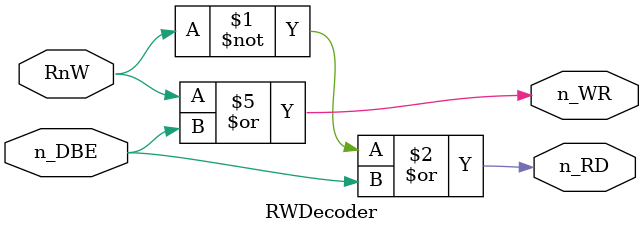
<source format=v>


module PpuRegs(
	RC, n_DBE, RS, RnW, CPU_DB, 
	n_W5_1, n_W5_2, n_W6_1, n_W6_2,
	n_R7, n_W7, n_W4, n_W3, n_R2, n_W1, n_W0, n_R4, 
	I_1_32, OBSEL, BGSEL, O_8_16, n_SLAVE, VBL, 
	BnW, n_BGCLIP, n_OBCLIP, BGE, BLACK, OBE, n_TR, n_TG, n_TB);

	input RC;
	input n_DBE;
	input [2:0] RS;
	input RnW;
	inout [7:0] CPU_DB;

	output n_W5_1;
	output n_W5_2;
	output n_W6_1;
	output n_W6_2;

	output n_R7;
	output n_W7;
	output n_W4;
	output n_W3;
	output n_R2;
	output n_W1;
	output n_W0;
	output n_R4;

	output I_1_32;
	output OBSEL;
	output BGSEL;
	output O_8_16;
	output n_SLAVE;
	output VBL;

	output BnW;
	output n_BGCLIP;
	output n_OBCLIP;
	output BGE;
	output BLACK;
	output OBE;
	output n_TR;
	output n_TG;
	output n_TB;

	wire n_W56;
	wire sccx_first;
	wire sccx_second;

	SCCXFirstSecond fs(
		.RC(RC),
		.n_DBE(n_DBE),
		.n_R2(n_R2),
		.n_W56(n_W56),
		.Frst(sccx_first),
		.Scnd(sccx_second) );

	RegCTRL0 ctrl0(
		.RC(RC),
		.n_W0(n_W0),
		.n_DBE(n_DBE),
		.D_in(CPU_DB),
		.I_1_32(I_1_32),
		.OBSEL(OBSEL),
		.BGSEL(BGSEL),
		.O_8_16(O_8_16),
		.n_SLAVE(n_SLAVE),
		.VBL(VBL) );

	RegCTRL1 ctrl1(
		.RC(RC),
		.n_W1(n_W1),
		.n_DBE(n_DBE),
		.D_in(CPU_DB),
		.BnW(BnW),
		.n_BGCLIP(n_BGCLIP),
		.n_OBCLIP(n_OBCLIP),
		.BGE(BGE),
		.BLACK(BLACK),
		.OBE(OBE),
		.n_TR(n_TR),
		.n_TG(n_TG),
		.n_TB(n_TB) );

endmodule // Regs

module SCCXFirstSecond(RC, n_DBE, n_R2, n_W56, Frst, Scnd);

	input RC;
	input n_DBE;
	input n_R2;
	input n_W56;
	output Frst;
	output Scnd;

	wire q1;
	wire nq1;
	wire q2;
	wire nq2;
	wire W56;
	wire R2;

	assign R2 = n_R2 ~| n_DBE;
	assign W56 = n_W56 ~| n_DBE;

	sdffr2e FF_1 (.d(q2), .en(~W56), .res1(RC), .res2(R2), .phi_keep(W56), .q(q1), .nq(nq1) );
	sdffr2e FF_2 (.d(nq1), .en(W56), .res1(RC), .res2(R2), .phi_keep(~W56), .q(q2), .nq(nq2) );

	assign Frst = q1;
	assign Scnd = nq1;

endmodule // SCCXFirstSecond

module RegCTRL0(RC, n_W0, n_DBE, D_in, I_1_32, OBSEL, BGSEL, O_8_16, n_SLAVE, VBL);

	input RC;
	input n_W0;
	input n_DBE;
	inout [7:0] D_in;

	output I_1_32;
	output OBSEL;
	output BGSEL;
	output O_8_16;
	output n_SLAVE;
	output VBL;

endmodule // RegCTRL0

module RegCTRL1(RC, n_W1, n_DBE, D_in, BnW, n_BGCLIP, n_OBCLIP, BGE, BLACK, OBE, n_TR, n_TG, n_TB);

	input RC;
	input n_W1;
	input n_DBE;
	inout [7:0] D_in;

	output BnW;
	output n_BGCLIP;
	output n_OBCLIP;
	output BGE;
	output BLACK;
	output OBE;
	output n_TR;
	output n_TG;
	output n_TB;

endmodule // RegCTRL1

module Clipper(n_PCLK, n_VIS, CLIP_B, CLIP_O, BGE, OBE, n_CLPB, CLPO);

	input n_PCLK;
	input n_VIS;
	input CLIP_B;
	input CLIP_O;
	input BGE;
	input OBE;

	output n_CLPB;
	output CLPO;

endmodule // Clipper

module RWDecoder(RnW, n_DBE, n_RD, n_WR);

	input RnW;
	input n_DBE;
	output n_RD;
	output n_WR;

	assign n_RD = ~( ~RnW ~| n_DBE );
	assign n_WR = ~( RnW ~| n_DBE );

endmodule // RWDecoder

</source>
